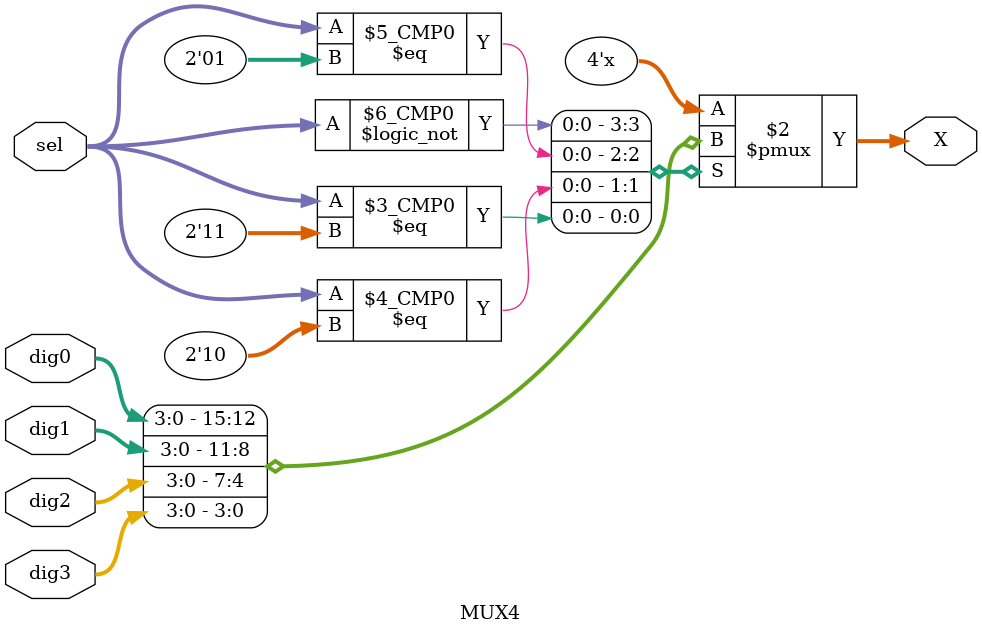
<source format=v>


module MUX4(
    input [3:0] dig0,
    input [3:0] dig1,
    input [3:0] dig2,
    input [3:0] dig3,
    input [1:0] sel,
    output reg[3:0] X
    );
    
    always @(sel or dig0 or dig1 or 
    dig2 or dig3)
    begin
    case(sel)
    2'b00: X <= dig0;
    2'b01: X <= dig1;
    2'b10: X <= dig2;
    2'b11: X <= dig3;    
    endcase
    end
    
endmodule

</source>
